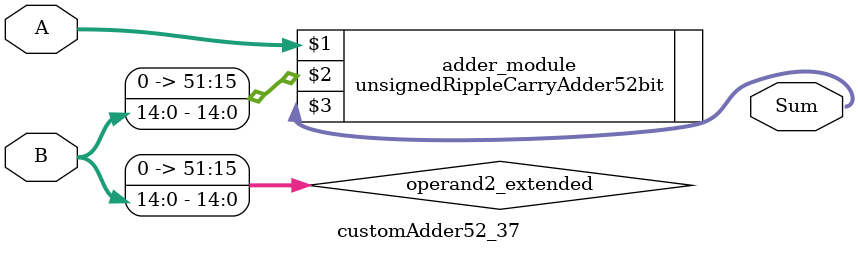
<source format=v>
module customAdder52_37(
                        input [51 : 0] A,
                        input [14 : 0] B,
                        
                        output [52 : 0] Sum
                );

        wire [51 : 0] operand2_extended;
        
        assign operand2_extended =  {37'b0, B};
        
        unsignedRippleCarryAdder52bit adder_module(
            A,
            operand2_extended,
            Sum
        );
        
        endmodule
        
</source>
